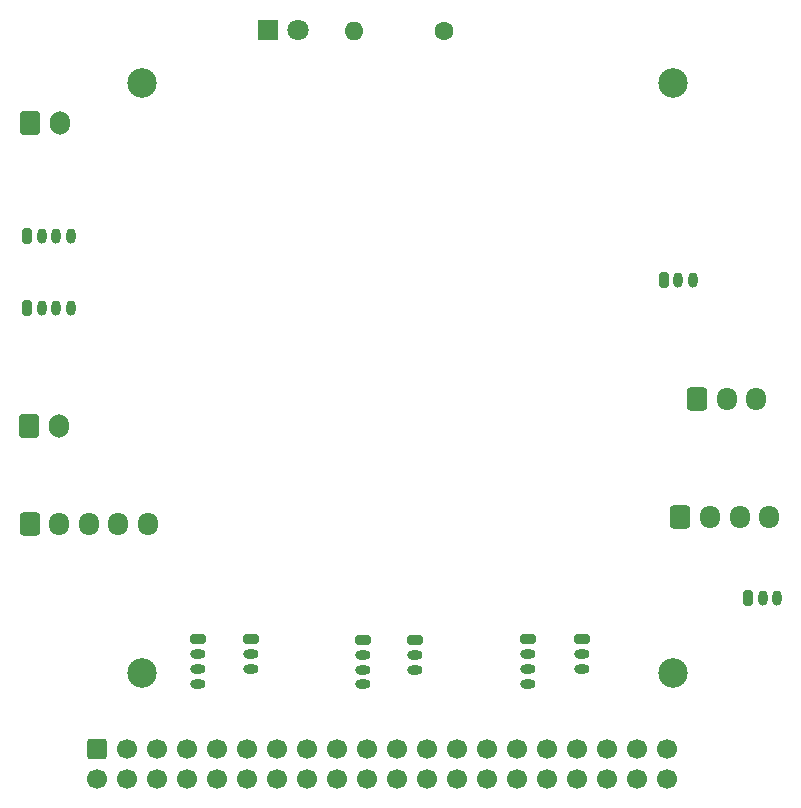
<source format=gbr>
G04 #@! TF.GenerationSoftware,KiCad,Pcbnew,(6.0.7-1)-1*
G04 #@! TF.CreationDate,2023-05-21T10:21:51+10:00*
G04 #@! TF.ProjectId,SARI_PCB,53415249-5f50-4434-922e-6b696361645f,rev?*
G04 #@! TF.SameCoordinates,Original*
G04 #@! TF.FileFunction,Soldermask,Bot*
G04 #@! TF.FilePolarity,Negative*
%FSLAX46Y46*%
G04 Gerber Fmt 4.6, Leading zero omitted, Abs format (unit mm)*
G04 Created by KiCad (PCBNEW (6.0.7-1)-1) date 2023-05-21 10:21:51*
%MOMM*%
%LPD*%
G01*
G04 APERTURE LIST*
G04 Aperture macros list*
%AMRoundRect*
0 Rectangle with rounded corners*
0 $1 Rounding radius*
0 $2 $3 $4 $5 $6 $7 $8 $9 X,Y pos of 4 corners*
0 Add a 4 corners polygon primitive as box body*
4,1,4,$2,$3,$4,$5,$6,$7,$8,$9,$2,$3,0*
0 Add four circle primitives for the rounded corners*
1,1,$1+$1,$2,$3*
1,1,$1+$1,$4,$5*
1,1,$1+$1,$6,$7*
1,1,$1+$1,$8,$9*
0 Add four rect primitives between the rounded corners*
20,1,$1+$1,$2,$3,$4,$5,0*
20,1,$1+$1,$4,$5,$6,$7,0*
20,1,$1+$1,$6,$7,$8,$9,0*
20,1,$1+$1,$8,$9,$2,$3,0*%
G04 Aperture macros list end*
%ADD10RoundRect,0.200000X-0.200000X-0.450000X0.200000X-0.450000X0.200000X0.450000X-0.200000X0.450000X0*%
%ADD11O,0.800000X1.300000*%
%ADD12C,1.600000*%
%ADD13O,1.600000X1.600000*%
%ADD14C,2.500000*%
%ADD15RoundRect,0.200000X-0.450000X0.200000X-0.450000X-0.200000X0.450000X-0.200000X0.450000X0.200000X0*%
%ADD16O,1.300000X0.800000*%
%ADD17RoundRect,0.250000X-0.600000X-0.750000X0.600000X-0.750000X0.600000X0.750000X-0.600000X0.750000X0*%
%ADD18O,1.700000X2.000000*%
%ADD19RoundRect,0.250000X-0.600000X-0.725000X0.600000X-0.725000X0.600000X0.725000X-0.600000X0.725000X0*%
%ADD20O,1.700000X1.950000*%
%ADD21R,1.800000X1.800000*%
%ADD22C,1.800000*%
%ADD23RoundRect,0.250000X-0.600000X0.600000X-0.600000X-0.600000X0.600000X-0.600000X0.600000X0.600000X0*%
%ADD24C,1.700000*%
G04 APERTURE END LIST*
D10*
X140250000Y-57950000D03*
D11*
X141500000Y-57950000D03*
X142750000Y-57950000D03*
X144000000Y-57950000D03*
D10*
X201300000Y-88650000D03*
D11*
X202550000Y-88650000D03*
X203800000Y-88650000D03*
D12*
X175610000Y-40650000D03*
D13*
X167990000Y-40650000D03*
D14*
X150000000Y-94950000D03*
D15*
X187250000Y-92150000D03*
D16*
X187250000Y-93400000D03*
X187250000Y-94650000D03*
D17*
X140450000Y-74050000D03*
D18*
X142950000Y-74050000D03*
D15*
X173100000Y-92200000D03*
D16*
X173100000Y-93450000D03*
X173100000Y-94700000D03*
D14*
X195000000Y-94950000D03*
D10*
X140250000Y-64050000D03*
D11*
X141500000Y-64050000D03*
X142750000Y-64050000D03*
X144000000Y-64050000D03*
D15*
X168700000Y-92200000D03*
D16*
X168700000Y-93450000D03*
X168700000Y-94700000D03*
X168700000Y-95950000D03*
D15*
X154750000Y-92150000D03*
D16*
X154750000Y-93400000D03*
X154750000Y-94650000D03*
X154750000Y-95900000D03*
D19*
X140500000Y-82400000D03*
D20*
X143000000Y-82400000D03*
X145500000Y-82400000D03*
X148000000Y-82400000D03*
X150500000Y-82400000D03*
D19*
X197000000Y-71825000D03*
D20*
X199500000Y-71825000D03*
X202000000Y-71825000D03*
D14*
X194950000Y-45000000D03*
D15*
X159250000Y-92150000D03*
D16*
X159250000Y-93400000D03*
X159250000Y-94650000D03*
D15*
X182700000Y-92150000D03*
D16*
X182700000Y-93400000D03*
X182700000Y-94650000D03*
X182700000Y-95900000D03*
D17*
X140550000Y-48425000D03*
D18*
X143050000Y-48425000D03*
D19*
X195600000Y-81775000D03*
D20*
X198100000Y-81775000D03*
X200600000Y-81775000D03*
X203100000Y-81775000D03*
D10*
X194175000Y-61750000D03*
D11*
X195425000Y-61750000D03*
X196675000Y-61750000D03*
D14*
X150000000Y-45000000D03*
D21*
X160675000Y-40550000D03*
D22*
X163215000Y-40550000D03*
D23*
X146220000Y-101397500D03*
D24*
X146220000Y-103937500D03*
X148760000Y-101397500D03*
X148760000Y-103937500D03*
X151300000Y-101397500D03*
X151300000Y-103937500D03*
X153840000Y-101397500D03*
X153840000Y-103937500D03*
X156380000Y-101397500D03*
X156380000Y-103937500D03*
X158920000Y-101397500D03*
X158920000Y-103937500D03*
X161460000Y-101397500D03*
X161460000Y-103937500D03*
X164000000Y-101397500D03*
X164000000Y-103937500D03*
X166540000Y-101397500D03*
X166540000Y-103937500D03*
X169080000Y-101397500D03*
X169080000Y-103937500D03*
X171620000Y-101397500D03*
X171620000Y-103937500D03*
X174160000Y-101397500D03*
X174160000Y-103937500D03*
X176700000Y-101397500D03*
X176700000Y-103937500D03*
X179240000Y-101397500D03*
X179240000Y-103937500D03*
X181780000Y-101397500D03*
X181780000Y-103937500D03*
X184320000Y-101397500D03*
X184320000Y-103937500D03*
X186860000Y-101397500D03*
X186860000Y-103937500D03*
X189400000Y-101397500D03*
X189400000Y-103937500D03*
X191940000Y-101397500D03*
X191940000Y-103937500D03*
X194480000Y-101397500D03*
X194480000Y-103937500D03*
M02*

</source>
